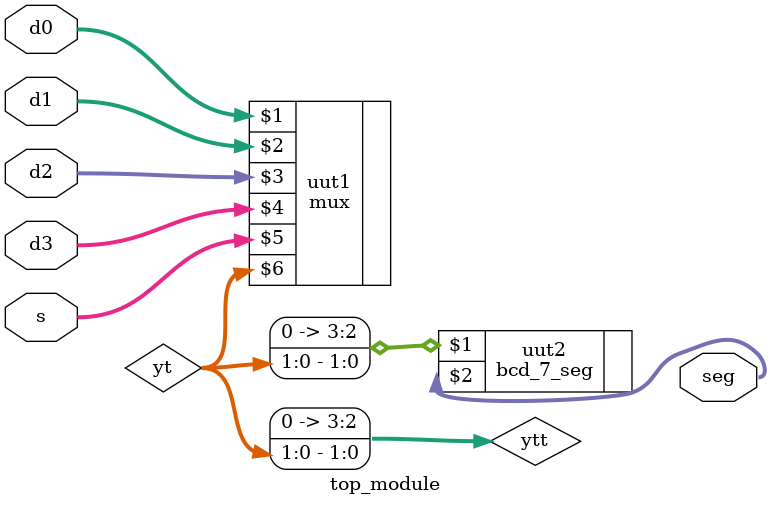
<source format=v>
`timescale 1ns / 1ps


module top_module(input [1:0] d0, d1, d2, d3, s, output [6:0] seg);
    
    
    wire [1:0] yt;
    wire [3:0] ytt;
    assign ytt = { 2'b00, yt};
    
    mux uut1(d0, d1, d2, d3, s, yt);
    bcd_7_seg uut2(ytt, seg);

endmodule

</source>
